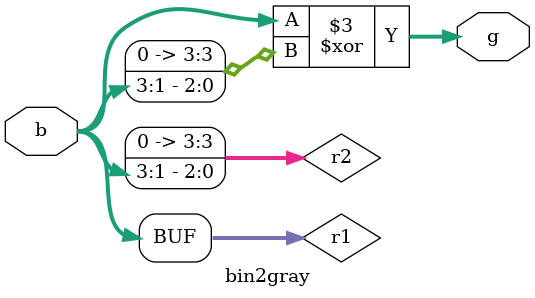
<source format=v>
/*
 	gray[i] = binary[i] xor binary[i-1]
 	
 			b3 b2 b1 b0
 		XOR	b4 b3 b2 b1
 			___________
 			g3 g2 g1 g0
 			___________
 	
 	in verilog with the right shift the MSB is replaced with '0'
 	
 
 */


module bin2gray
#(parameter n = 4) 
(
	input  [n-1:0]b,
	output reg [n-1:0]g
);
reg [3:0]r1 ;
reg [3:0]r2 ;
always @*
	begin
	r1 = b;
	r2 = b>>>1;

	g  = r1^r2;
end

endmodule

/*
 * OR
 * module bin2gray
#(parameter n = 4) 
(
	input  [n-1:0]b,
	output [n-1:0]g
);

assign	g  = b^b>>>1;
endmodule
 */
</source>
